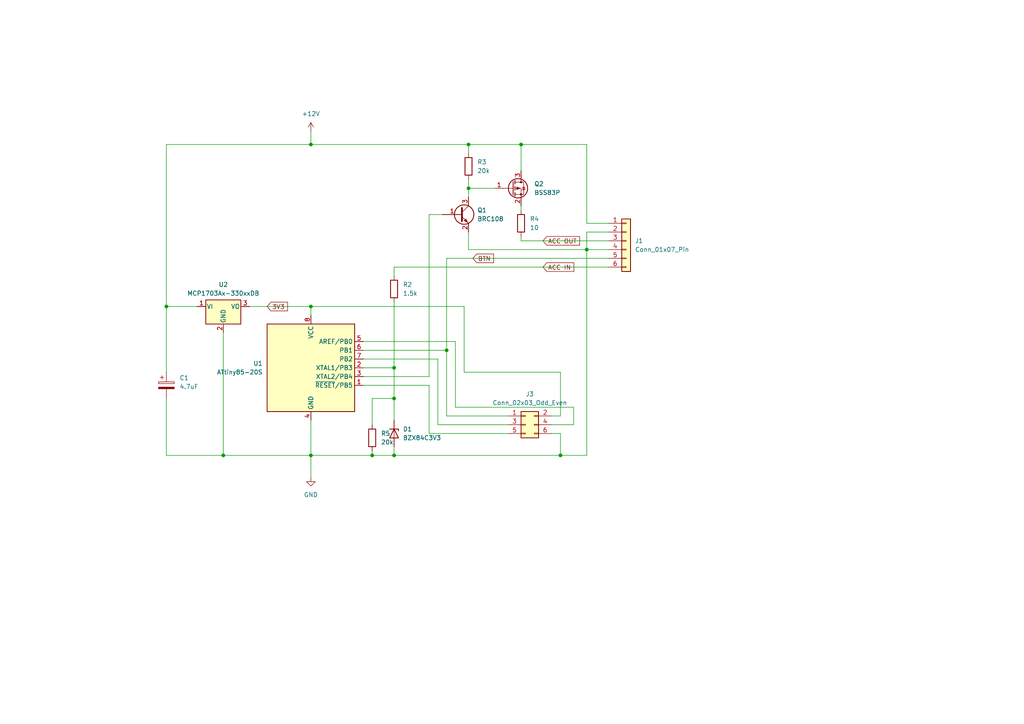
<source format=kicad_sch>
(kicad_sch (version 20230121) (generator eeschema)
  (paper "A4")
  (lib_symbols
    (symbol "Connector_Generic:Conn_01x06" (pin_names (offset 1.016) hide)
      (property "Reference" "J" (at 0 7.62 0))
      (property "Value" "Conn_01x06" (at 0 -10.16 0))
      (symbol "Conn_01x06_1_1"
        (rectangle (start -1.27 -7.493) (end 0 -7.747) (stroke (width 0.1524)))
        (rectangle (start -1.27 -4.953) (end 0 -5.207) (stroke (width 0.1524)))
        (rectangle (start -1.27 -2.413) (end 0 -2.667) (stroke (width 0.1524)))
        (rectangle (start -1.27 0.127) (end 0 -0.127) (stroke (width 0.1524)))
        (rectangle (start -1.27 2.667) (end 0 2.413) (stroke (width 0.1524)))
        (rectangle (start -1.27 5.207) (end 0 4.953) (stroke (width 0.1524)))
        (rectangle (start -1.27 6.35) (end 1.27 -8.89) (stroke (width 0.254)) (fill (type background)))
        (pin passive line (at -5.08 5.08 0) (length 3.81) (name "Pin_1") (number "1"))
        (pin passive line (at -5.08 2.54 0) (length 3.81) (name "Pin_2") (number "2"))
        (pin passive line (at -5.08 0 0) (length 3.81) (name "Pin_3") (number "3"))
        (pin passive line (at -5.08 -2.54 0) (length 3.81) (name "Pin_4") (number "4"))
        (pin passive line (at -5.08 -5.08 0) (length 3.81) (name "Pin_5") (number "5"))
        (pin passive line (at -5.08 -7.62 0) (length 3.81) (name "Pin_6") (number "6"))
      )
    )
    (symbol "Connector_Generic:Conn_02x03_Odd_Even" (pin_names (offset 1.016) hide)
      (property "Reference" "J" (at 1.27 5.08 0))
      (property "Value" "Conn_02x03_Odd_Even" (at 1.27 -5.08 0))
      (symbol "Conn_02x03_Odd_Even_1_1"
        (rectangle (start -1.27 -2.413) (end 0 -2.667) (stroke (width 0.1524)))
        (rectangle (start -1.27 0.127) (end 0 -0.127) (stroke (width 0.1524)))
        (rectangle (start -1.27 2.667) (end 0 2.413) (stroke (width 0.1524)))
        (rectangle (start -1.27 3.81) (end 3.81 -3.81) (stroke (width 0.254)) (fill (type background)))
        (rectangle (start 3.81 -2.413) (end 2.54 -2.667) (stroke (width 0.1524)))
        (rectangle (start 3.81 0.127) (end 2.54 -0.127) (stroke (width 0.1524)))
        (rectangle (start 3.81 2.667) (end 2.54 2.413) (stroke (width 0.1524)))
        (pin passive line (at -5.08 2.54 0) (length 3.81) (name "Pin_1") (number "1"))
        (pin passive line (at 7.62 2.54 180) (length 3.81) (name "Pin_2") (number "2"))
        (pin passive line (at -5.08 0 0) (length 3.81) (name "Pin_3") (number "3"))
        (pin passive line (at 7.62 0 180) (length 3.81) (name "Pin_4") (number "4"))
        (pin passive line (at -5.08 -2.54 0) (length 3.81) (name "Pin_5") (number "5"))
        (pin passive line (at 7.62 -2.54 180) (length 3.81) (name "Pin_6") (number "6"))
      )
    )
    (symbol "Device:C_Polarized" (pin_numbers hide) (pin_names (offset 0.254))
      (property "Reference" "C" (at 0.635 2.54 0))
      (property "Value" "C_Polarized" (at 0.635 -2.54 0))
      (symbol "C_Polarized_0_1"
        (rectangle (start -2.286 0.508) (end 2.286 1.016))
        (polyline (pts (xy -1.778 2.286) (xy -0.762 2.286)))
        (polyline (pts (xy -1.27 2.794) (xy -1.27 1.778)))
        (rectangle (start 2.286 -0.508) (end -2.286 -1.016) (fill (type outline)))
      )
      (symbol "C_Polarized_1_1"
        (pin passive line (at 0 3.81 270) (length 2.794) (name "~") (number "1"))
        (pin passive line (at 0 -3.81 90) (length 2.794) (name "~") (number "2"))
      )
    )
    (symbol "Device:R" (pin_numbers hide) (pin_names (offset 0))
      (property "Reference" "R" (at 2.032 0 90))
      (property "Value" "R" (at 0 0 90))
      (symbol "R_0_1"
        (rectangle (start -1.016 -2.54) (end 1.016 2.54) (stroke (width 0.254)))
      )
      (symbol "R_1_1"
        (pin passive line (at 0 3.81 270) (length 1.27) (name "~") (number "1"))
        (pin passive line (at 0 -3.81 90) (length 1.27) (name "~") (number "2"))
      )
    )
    (symbol "Diode:BZX84Cxx" (pin_numbers hide) (pin_names hide)
      (property "Reference" "D" (at 0 3.81 0))
      (property "Value" "BZX84Cxx" (at 0 -3.81 0))
      (symbol "BZX84Cxx_0_1"
        (polyline (pts (xy 1.27 0) (xy -1.27 0)))
        (polyline (pts (xy -1.27 -1.27) (xy -1.27 1.27) (xy -0.762 1.27)) (stroke (width 0.254)))
        (polyline (pts (xy 1.27 -1.27) (xy 1.27 1.27) (xy -1.27 0) (xy 1.27 -1.27)) (stroke (width 0.254)))
      )
      (symbol "BZX84Cxx_1_1"
        (pin passive line (at 3.81 0 180) (length 2.54) (name "A") (number "1"))
        (pin no_connect line (at 1.27 0 180) (length 2.54) hide (name "NC") (number "2"))
        (pin passive line (at -3.81 0 0) (length 2.54) (name "K") (number "3"))
      )
    )
    (symbol "MCU_Microchip_ATtiny:ATtiny85-20S"
      (property "Reference" "U" (at -12.7 13.97 0))
      (property "Value" "ATtiny85-20S" (at 2.54 -13.97 0))
      (symbol "ATtiny85-20S_0_1"
        (rectangle (start -12.7 -12.7) (end 12.7 12.7) (stroke (width 0.254)) (fill (type background)))
      )
      (symbol "ATtiny85-20S_1_1"
        (pin bidirectional line (at 15.24 -5.08 180) (length 2.54) (name "~{RESET}/PB5") (number "1"))
        (pin bidirectional line (at 15.24 0 180) (length 2.54) (name "XTAL1/PB3") (number "2"))
        (pin bidirectional line (at 15.24 -2.54 180) (length 2.54) (name "XTAL2/PB4") (number "3"))
        (pin power_in line (at 0 -15.24 90) (length 2.54) (name "GND") (number "4"))
        (pin bidirectional line (at 15.24 7.62 180) (length 2.54) (name "AREF/PB0") (number "5"))
        (pin bidirectional line (at 15.24 5.08 180) (length 2.54) (name "PB1") (number "6"))
        (pin bidirectional line (at 15.24 2.54 180) (length 2.54) (name "PB2") (number "7"))
        (pin power_in line (at 0 15.24 270) (length 2.54) (name "VCC") (number "8"))
      )
    )
    (symbol "Regulator_Linear:MCP1703Ax-330xxDB" (pin_names (offset 0.254))
      (property "Reference" "U" (at -3.81 3.175 0))
      (property "Value" "MCP1703Ax-330xxDB" (at 0 3.175 0))
      (symbol "MCP1703Ax-330xxDB_0_1"
        (rectangle (start -5.08 -5.08) (end 5.08 1.905) (stroke (width 0.254)) (fill (type background)))
      )
      (symbol "MCP1703Ax-330xxDB_1_1"
        (pin power_in line (at -7.62 0 0) (length 2.54) (name "VI") (number "1"))
        (pin power_in line (at 0 -7.62 90) (length 2.54) (name "GND") (number "2"))
        (pin power_out line (at 7.62 0 180) (length 2.54) (name "VO") (number "3"))
      )
    )
    (symbol "Transistor_BJT:BC848" (pin_names (offset 0) hide)
      (property "Reference" "Q" (at 5.08 1.905 0))
      (property "Value" "BC848" (at 5.08 0 0))
      (symbol "BC848_0_1"
        (polyline (pts (xy 0.635 0.635) (xy 2.54 2.54)))
        (polyline (pts (xy 0.635 -0.635) (xy 2.54 -2.54) (xy 2.54 -2.54)))
        (polyline (pts (xy 0.635 1.905) (xy 0.635 -1.905) (xy 0.635 -1.905)) (stroke (width 0.508)))
        (polyline (pts (xy 1.27 -1.778) (xy 1.778 -1.27) (xy 2.286 -2.286) (xy 1.27 -1.778) (xy 1.27 -1.778)) (fill (type outline)))
        (circle (center 1.27 0) (radius 2.8194) (stroke (width 0.254)))
      )
      (symbol "BC848_1_1"
        (pin input line (at -5.08 0 0) (length 5.715) (name "B") (number "1"))
        (pin passive line (at 2.54 -5.08 90) (length 2.54) (name "E") (number "2"))
        (pin passive line (at 2.54 5.08 270) (length 2.54) (name "C") (number "3"))
      )
    )
    (symbol "Transistor_FET:BSS83P" (pin_names hide)
      (property "Reference" "Q" (at 5.08 1.905 0))
      (property "Value" "BSS83P" (at 5.08 0 0))
      (symbol "BSS83P_0_1"
        (polyline (pts (xy 0.254 0) (xy -2.54 0)))
        (polyline (pts (xy 0.254 1.905) (xy 0.254 -1.905)) (stroke (width 0.254)))
        (polyline (pts (xy 0.762 -1.27) (xy 0.762 -2.286)) (stroke (width 0.254)))
        (polyline (pts (xy 0.762 0.508) (xy 0.762 -0.508)) (stroke (width 0.254)))
        (polyline (pts (xy 0.762 2.286) (xy 0.762 1.27)) (stroke (width 0.254)))
        (polyline (pts (xy 2.54 2.54) (xy 2.54 1.778)))
        (polyline (pts (xy 2.54 -2.54) (xy 2.54 0) (xy 0.762 0)))
        (polyline (pts (xy 0.762 1.778) (xy 3.302 1.778) (xy 3.302 -1.778) (xy 0.762 -1.778)))
        (polyline (pts (xy 2.286 0) (xy 1.27 0.381) (xy 1.27 -0.381) (xy 2.286 0)) (fill (type outline)))
        (polyline (pts (xy 2.794 -0.508) (xy 2.921 -0.381) (xy 3.683 -0.381) (xy 3.81 -0.254)))
        (polyline (pts (xy 3.302 -0.381) (xy 2.921 0.254) (xy 3.683 0.254) (xy 3.302 -0.381)))
        (circle (center 1.651 0) (radius 2.794) (stroke (width 0.254)))
        (circle (center 2.54 -1.778) (radius 0.254) (fill (type outline)))
        (circle (center 2.54 1.778) (radius 0.254) (fill (type outline)))
      )
      (symbol "BSS83P_1_1"
        (pin input line (at -5.08 0 0) (length 2.54) (name "G") (number "1"))
        (pin passive line (at 2.54 -5.08 90) (length 2.54) (name "S") (number "2"))
        (pin passive line (at 2.54 5.08 270) (length 2.54) (name "D") (number "3"))
      )
    )
    (symbol "power:+12V" (power) (pin_names (offset 0))
      (property "Value" "+12V" (at 0 3.556 0))
      (symbol "+12V_0_1"
        (polyline (pts (xy -0.762 1.27) (xy 0 2.54)))
        (polyline (pts (xy 0 0) (xy 0 2.54)))
        (polyline (pts (xy 0 2.54) (xy 0.762 1.27)))
      )
      (symbol "+12V_1_1"
        (pin power_in line (at 0 0 90) (length 0) hide (name "+12V") (number "1"))
      )
    )
    (symbol "power:GND" (power) (pin_names (offset 0))
      (property "Value" "GND" (at 0 -3.81 0))
      (symbol "GND_0_1"
        (polyline (pts (xy 0 0) (xy 0 -1.27) (xy 1.27 -1.27) (xy 0 -2.54) (xy -1.27 -1.27) (xy 0 -1.27)))
      )
      (symbol "GND_1_1"
        (pin power_in line (at 0 0 270) (length 0) hide (name "GND") (number "1"))
      )
    )
  )
  (junction (at 90.17 41.91))
  (junction (at 48.26 88.9))
  (junction (at 170.18 72.39))
  (junction (at 114.3 106.68))
  (junction (at 135.89 41.91))
  (junction (at 135.89 54.61))
  (junction (at 129.54 101.6))
  (junction (at 162.56 132.08))
  (junction (at 151.13 41.91))
  (junction (at 107.95 132.08))
  (junction (at 90.17 132.08))
  (junction (at 114.3 132.08))
  (junction (at 64.77 132.08))
  (junction (at 114.3 115.57))
  (junction (at 90.17 88.9))
  (wire (pts (xy 170.18 67.31) (xy 170.18 72.39)))
  (wire (pts (xy 114.3 129.54) (xy 114.3 132.08)))
  (wire (pts (xy 72.39 88.9) (xy 90.17 88.9)))
  (wire (pts (xy 151.13 68.58) (xy 151.13 69.85)))
  (wire (pts (xy 107.95 115.57) (xy 114.3 115.57)))
  (wire (pts (xy 48.26 115.57) (xy 48.26 132.08)))
  (wire (pts (xy 166.37 123.19) (xy 160.02 123.19)))
  (wire (pts (xy 48.26 132.08) (xy 64.77 132.08)))
  (wire (pts (xy 160.02 125.73) (xy 162.56 125.73)))
  (wire (pts (xy 134.62 107.95) (xy 134.62 88.9)))
  (wire (pts (xy 105.41 109.22) (xy 124.46 109.22)))
  (wire (pts (xy 124.46 111.76) (xy 105.41 111.76)))
  (wire (pts (xy 176.53 69.85) (xy 151.13 69.85)))
  (wire (pts (xy 170.18 132.08) (xy 162.56 132.08)))
  (wire (pts (xy 129.54 120.65) (xy 147.32 120.65)))
  (wire (pts (xy 64.77 132.08) (xy 90.17 132.08)))
  (wire (pts (xy 124.46 125.73) (xy 147.32 125.73)))
  (wire (pts (xy 162.56 125.73) (xy 162.56 132.08)))
  (wire (pts (xy 114.3 77.47) (xy 176.53 77.47)))
  (wire (pts (xy 170.18 41.91) (xy 170.18 64.77)))
  (wire (pts (xy 151.13 49.53) (xy 151.13 41.91)))
  (wire (pts (xy 90.17 41.91) (xy 135.89 41.91)))
  (wire (pts (xy 162.56 120.65) (xy 160.02 120.65)))
  (wire (pts (xy 151.13 59.69) (xy 151.13 60.96)))
  (wire (pts (xy 135.89 41.91) (xy 135.89 44.45)))
  (wire (pts (xy 129.54 120.65) (xy 129.54 101.6)))
  (wire (pts (xy 128.27 62.23) (xy 124.46 62.23)))
  (wire (pts (xy 132.08 118.11) (xy 132.08 99.06)))
  (wire (pts (xy 162.56 107.95) (xy 162.56 120.65)))
  (wire (pts (xy 135.89 54.61) (xy 135.89 52.07)))
  (wire (pts (xy 135.89 54.61) (xy 143.51 54.61)))
  (wire (pts (xy 132.08 99.06) (xy 105.41 99.06)))
  (wire (pts (xy 105.41 101.6) (xy 129.54 101.6)))
  (wire (pts (xy 90.17 38.1) (xy 90.17 41.91)))
  (wire (pts (xy 176.53 64.77) (xy 170.18 64.77)))
  (wire (pts (xy 90.17 132.08) (xy 90.17 138.43)))
  (wire (pts (xy 170.18 72.39) (xy 176.53 72.39)))
  (wire (pts (xy 151.13 41.91) (xy 135.89 41.91)))
  (wire (pts (xy 107.95 123.19) (xy 107.95 115.57)))
  (wire (pts (xy 170.18 67.31) (xy 176.53 67.31)))
  (wire (pts (xy 64.77 96.52) (xy 64.77 132.08)))
  (wire (pts (xy 48.26 41.91) (xy 48.26 88.9)))
  (wire (pts (xy 114.3 87.63) (xy 114.3 106.68)))
  (wire (pts (xy 135.89 72.39) (xy 170.18 72.39)))
  (wire (pts (xy 48.26 88.9) (xy 57.15 88.9)))
  (wire (pts (xy 48.26 88.9) (xy 48.26 107.95)))
  (wire (pts (xy 124.46 125.73) (xy 124.46 111.76)))
  (wire (pts (xy 90.17 121.92) (xy 90.17 132.08)))
  (wire (pts (xy 114.3 106.68) (xy 114.3 115.57)))
  (wire (pts (xy 105.41 106.68) (xy 114.3 106.68)))
  (wire (pts (xy 114.3 132.08) (xy 162.56 132.08)))
  (wire (pts (xy 48.26 41.91) (xy 90.17 41.91)))
  (wire (pts (xy 90.17 132.08) (xy 107.95 132.08)))
  (wire (pts (xy 124.46 62.23) (xy 124.46 109.22)))
  (wire (pts (xy 90.17 88.9) (xy 90.17 91.44)))
  (wire (pts (xy 129.54 74.93) (xy 176.53 74.93)))
  (wire (pts (xy 170.18 72.39) (xy 170.18 132.08)))
  (wire (pts (xy 105.41 104.14) (xy 127 104.14)))
  (wire (pts (xy 135.89 57.15) (xy 135.89 54.61)))
  (wire (pts (xy 107.95 132.08) (xy 114.3 132.08)))
  (wire (pts (xy 166.37 118.11) (xy 132.08 118.11)))
  (wire (pts (xy 134.62 88.9) (xy 90.17 88.9)))
  (wire (pts (xy 134.62 107.95) (xy 162.56 107.95)))
  (wire (pts (xy 127 123.19) (xy 147.32 123.19)))
  (wire (pts (xy 166.37 118.11) (xy 166.37 123.19)))
  (wire (pts (xy 127 104.14) (xy 127 123.19)))
  (wire (pts (xy 114.3 80.01) (xy 114.3 77.47)))
  (wire (pts (xy 107.95 130.81) (xy 107.95 132.08)))
  (wire (pts (xy 151.13 41.91) (xy 170.18 41.91)))
  (wire (pts (xy 114.3 115.57) (xy 114.3 121.92)))
  (wire (pts (xy 129.54 101.6) (xy 129.54 74.93)))
  (wire (pts (xy 135.89 67.31) (xy 135.89 72.39)))
  (global_label "ACC IN" (shape input) (at 157.48 77.47 0) (property "Intersheetrefs" "${INTERSHEET_REFS}" (effects hide)))
  (global_label "ACC OUT" (shape input) (at 157.48 69.85 0) (property "Intersheetrefs" "${INTERSHEET_REFS}" (effects hide)))
  (global_label "3V3" (shape input) (at 77.47 88.9 0) (property "Intersheetrefs" "${INTERSHEET_REFS}" (effects hide)))
  (global_label "BTN" (shape input) (at 137.16 74.93 0) (property "Intersheetrefs" "${INTERSHEET_REFS}" (effects hide)))
  (symbol (lib_id "Device:R") (at 107.95 127 0) (unit 1)
    (property "Reference" "R5" (at 110.49 125.73 0) (effects (justify left)))
    (property "Value" "20k" (at 110.49 128.27 0) (effects (justify left)))
    (property "Footprint" "Resistor_SMD:R_0805_2012Metric_Pad1.20x1.40mm_HandSolder" (effects hide))
  )
  (symbol (lib_id "Transistor_FET:BSS83P") (at 148.59 54.61 0) (unit 1)
    (property "Reference" "Q2" (at 154.94 53.34 0) (effects (justify left)))
    (property "Value" "BSS83P" (at 154.94 55.88 0) (effects (justify left)))
    (property "Footprint" "Package_TO_SOT_SMD:SOT-23" (effects hide))
    (property "Datasheet" "http://www.farnell.com/datasheets/1835997.pdf" (effects hide))
    (property "Sim.Enable" "0" (effects hide))
  )
  (symbol (lib_id "Device:R") (at 151.13 64.77 0) (unit 1)
    (property "Reference" "R4" (at 153.67 63.5 0) (effects (justify left)))
    (property "Value" "10" (at 153.67 66.04 0) (effects (justify left)))
    (property "Footprint" "Resistor_SMD:R_0805_2012Metric_Pad1.20x1.40mm_HandSolder" (effects hide))
  )
  (symbol (lib_id "Connector_Generic:Conn_01x06") (at 181.61 69.85 0) (unit 1)
    (property "Reference" "J1" (at 184.15 69.85 0) (effects (justify left)))
    (property "Value" "Conn_01x07_Pin" (at 184.15 72.39 0) (effects (justify left)))
    (property "Footprint" "Connector_PinHeader_2.54mm:PinHeader_1x06_P2.54mm_Vertical" (effects hide))
    (property "Sim.Enable" "0" (effects hide))
  )
  (symbol (lib_id "Device:R") (at 114.3 83.82 0) (unit 1)
    (property "Reference" "R2" (at 116.84 82.55 0) (effects (justify left)))
    (property "Value" "1.5k" (at 116.84 85.09 0) (effects (justify left)))
    (property "Footprint" "Resistor_SMD:R_0805_2012Metric_Pad1.20x1.40mm_HandSolder" (effects hide))
  )
  (symbol (lib_id "Device:C_Polarized") (at 48.26 111.76 0) (unit 1)
    (property "Reference" "C1" (at 52.07 109.601 0) (effects (justify left)))
    (property "Value" "4.7uF" (at 52.07 112.141 0) (effects (justify left)))
    (property "Footprint" "Capacitor_SMD:CP_Elec_4x5.8" (effects hide))
  )
  (symbol (lib_id "Transistor_BJT:BC848") (at 133.35 62.23 0) (unit 1)
    (property "Reference" "Q1" (at 138.43 60.96 0) (effects (justify left)))
    (property "Value" "BRC108" (at 138.43 63.5 0) (effects (justify left)))
    (property "Footprint" "Package_TO_SOT_SMD:SOT-23" (effects hide))
    (property "Datasheet" "http://www.infineon.com/dgdl/Infineon-BC847SERIES_BC848SERIES_BC849SERIES_BC850SERIES-DS-v01_01-en.pdf?fileId=db3a304314dca389011541d4630a1657" (effects hide))
    (property "Sim.Enable" "0" (effects hide))
  )
  (symbol (lib_id "Diode:BZX84Cxx") (at 114.3 125.73 270) (unit 1)
    (property "Reference" "D1" (at 116.84 124.46 90) (effects (justify left)))
    (property "Value" "BZX84C3V3" (at 116.84 127 90) (effects (justify left)))
    (property "Footprint" "Package_TO_SOT_SMD:SOT-23" (effects hide))
    (property "Datasheet" "https://diotec.com/tl_files/diotec/files/pdf/datasheets/bzx84c2v4.pdf" (effects hide))
    (property "Sim.Device" "D" (effects hide))
    (property "Sim.Pins" "1=A 2=K" (effects hide))
    (property "Sim.Params" "temp=30 is=880.5a rs=0.25 cjo=175p vj=1.1 m=0.5516 nbv=1.6989 bv=3.3 ibv=20m isr=1.859n nr=2 id_max=0.25 te_max=150 pd_max=0.25" (effects hide))
  )
  (symbol (lib_id "Device:R") (at 135.89 48.26 0) (unit 1)
    (property "Reference" "R3" (at 138.43 46.99 0) (effects (justify left)))
    (property "Value" "20k" (at 138.43 49.53 0) (effects (justify left)))
    (property "Footprint" "Resistor_SMD:R_0805_2012Metric_Pad1.20x1.40mm_HandSolder" (effects hide))
  )
  (symbol (lib_id "power:GND") (at 90.17 138.43 0) (unit 1)
    (property "Reference" "#PWR01" (effects hide))
    (property "Value" "GND" (at 90.17 143.51 0))
  )
  (symbol (lib_id "Connector_Generic:Conn_02x03_Odd_Even") (at 152.4 123.19 0) (unit 1)
    (property "Reference" "J3" (at 153.67 114.3 0))
    (property "Value" "Conn_02x03_Odd_Even" (at 153.67 116.84 0))
    (property "Footprint" "Connector_PinHeader_2.54mm:PinHeader_2x03_P2.54mm_Vertical" (effects hide))
    (property "Sim.Enable" "0" (effects hide))
  )
  (symbol (lib_id "power:+12V") (at 90.17 38.1 0) (unit 1)
    (property "Reference" "#PWR02" (effects hide))
    (property "Value" "+12V" (at 90.17 33.02 0))
  )
  (symbol (lib_id "Regulator_Linear:MCP1703Ax-330xxDB") (at 64.77 88.9 0) (unit 1)
    (property "Reference" "U2" (at 64.77 82.55 0))
    (property "Value" "MCP1703Ax-330xxDB" (at 64.77 85.09 0))
    (property "Footprint" "Package_TO_SOT_SMD:SOT-223-3_TabPin2" (effects hide))
    (property "Datasheet" "http://ww1.microchip.com/downloads/en/DeviceDoc/20005122B.pdf" (effects hide))
    (property "Sim.Enable" "0" (effects hide))
  )
  (symbol (lib_id "MCU_Microchip_ATtiny:ATtiny85-20S") (at 90.17 106.68 0) (unit 1)
    (property "Reference" "U1" (at 76.2 105.41 0) (effects (justify right)))
    (property "Value" "ATtiny85-20S" (at 76.2 107.95 0) (effects (justify right)))
    (property "Footprint" "Package_SO:SOIC-8W_5.3x5.3mm_P1.27mm" (effects hide))
    (property "Datasheet" "http://ww1.microchip.com/downloads/en/DeviceDoc/atmel-2586-avr-8-bit-microcontroller-attiny25-attiny45-attiny85_datasheet.pdf" (effects hide))
    (property "Sim.Enable" "0" (effects hide))
  )
)
</source>
